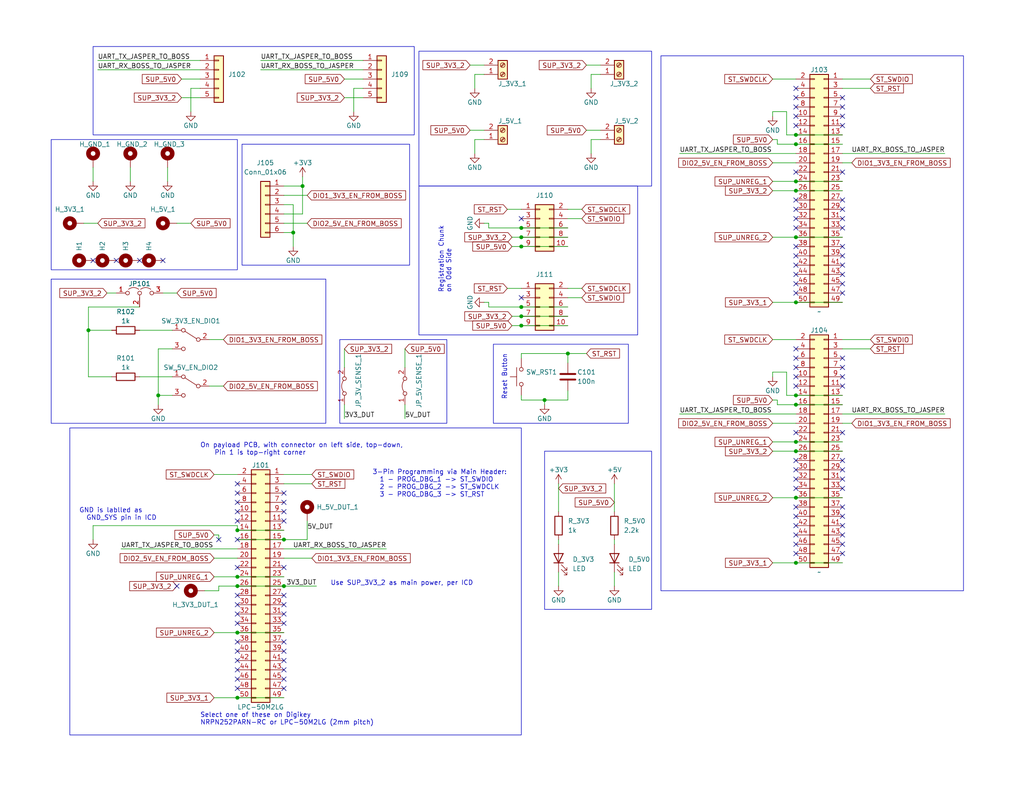
<source format=kicad_sch>
(kicad_sch (version 20230121) (generator eeschema)
  (paper "USLetter")
  (lib_symbols
    (symbol "Connector:Screw_Terminal_01x02" (pin_names (offset 1.016) hide)
      (property "Reference" "J" (at 0 2.54 0))
      (property "Value" "Screw_Terminal_01x02" (at 0 -5.08 0))
      (symbol "Screw_Terminal_01x02_1_1"
        (pin passive line (at -5.08 0 0) (length 3.81) (name "Pin_1") (number "1"))
        (pin passive line (at -5.08 -2.54 0) (length 3.81) (name "Pin_2") (number "2"))
      )
    )
    (symbol "Connector_Generic:Conn_01x05" (pin_names (offset 1.016) hide)
      (property "Reference" "J" (at 0 7.62 0))
      (property "Value" "Conn_01x05" (at 0 -7.62 0))
      (symbol "Conn_01x05_1_1"
        (pin passive line (at -5.08 5.08 0) (length 3.81) (name "Pin_1") (number "1"))
        (pin passive line (at -5.08 2.54 0) (length 3.81) (name "Pin_2") (number "2"))
        (pin passive line (at -5.08 0 0) (length 3.81) (name "Pin_3") (number "3"))
        (pin passive line (at -5.08 -2.54 0) (length 3.81) (name "Pin_4") (number "4"))
        (pin passive line (at -5.08 -5.08 0) (length 3.81) (name "Pin_5") (number "5"))
      )
    )
    (symbol "Connector_Generic:Conn_01x06" (pin_names (offset 1.016) hide)
      (property "Reference" "J" (at 0 7.62 0))
      (property "Value" "Conn_01x06" (at 0 -10.16 0))
      (symbol "Conn_01x06_1_1"
        (pin passive line (at -5.08 5.08 0) (length 3.81) (name "Pin_1") (number "1"))
        (pin passive line (at -5.08 2.54 0) (length 3.81) (name "Pin_2") (number "2"))
        (pin passive line (at -5.08 0 0) (length 3.81) (name "Pin_3") (number "3"))
        (pin passive line (at -5.08 -2.54 0) (length 3.81) (name "Pin_4") (number "4"))
        (pin passive line (at -5.08 -5.08 0) (length 3.81) (name "Pin_5") (number "5"))
        (pin passive line (at -5.08 -7.62 0) (length 3.81) (name "Pin_6") (number "6"))
      )
    )
    (symbol "Connector_Generic:Conn_02x05_Odd_Even" (pin_names (offset 1.016) hide)
      (property "Reference" "J" (at 1.27 7.62 0))
      (property "Value" "Conn_02x05_Odd_Even" (at 1.27 -7.62 0))
      (symbol "Conn_02x05_Odd_Even_1_1"
        (pin passive line (at -5.08 5.08 0) (length 3.81) (name "Pin_1") (number "1"))
        (pin passive line (at 7.62 -5.08 180) (length 3.81) (name "Pin_10") (number "10"))
        (pin passive line (at 7.62 5.08 180) (length 3.81) (name "Pin_2") (number "2"))
        (pin passive line (at -5.08 2.54 0) (length 3.81) (name "Pin_3") (number "3"))
        (pin passive line (at 7.62 2.54 180) (length 3.81) (name "Pin_4") (number "4"))
        (pin passive line (at -5.08 0 0) (length 3.81) (name "Pin_5") (number "5"))
        (pin passive line (at 7.62 0 180) (length 3.81) (name "Pin_6") (number "6"))
        (pin passive line (at -5.08 -2.54 0) (length 3.81) (name "Pin_7") (number "7"))
        (pin passive line (at 7.62 -2.54 180) (length 3.81) (name "Pin_8") (number "8"))
        (pin passive line (at -5.08 -5.08 0) (length 3.81) (name "Pin_9") (number "9"))
      )
    )
    (symbol "Connector_Generic:Conn_02x25_Odd_Even" (pin_names (offset 1.016) hide)
      (property "Reference" "J" (at 1.27 33.02 0))
      (property "Value" "Conn_02x25_Odd_Even" (at 1.27 -33.02 0))
      (symbol "Conn_02x25_Odd_Even_1_1"
        (pin passive line (at -5.08 30.48 0) (length 3.81) (name "Pin_1") (number "1"))
        (pin passive line (at 7.62 20.32 180) (length 3.81) (name "Pin_10") (number "10"))
        (pin passive line (at -5.08 17.78 0) (length 3.81) (name "Pin_11") (number "11"))
        (pin passive line (at 7.62 17.78 180) (length 3.81) (name "Pin_12") (number "12"))
        (pin passive line (at -5.08 15.24 0) (length 3.81) (name "Pin_13") (number "13"))
        (pin passive line (at 7.62 15.24 180) (length 3.81) (name "Pin_14") (number "14"))
        (pin passive line (at -5.08 12.7 0) (length 3.81) (name "Pin_15") (number "15"))
        (pin passive line (at 7.62 12.7 180) (length 3.81) (name "Pin_16") (number "16"))
        (pin passive line (at -5.08 10.16 0) (length 3.81) (name "Pin_17") (number "17"))
        (pin passive line (at 7.62 10.16 180) (length 3.81) (name "Pin_18") (number "18"))
        (pin passive line (at -5.08 7.62 0) (length 3.81) (name "Pin_19") (number "19"))
        (pin passive line (at 7.62 30.48 180) (length 3.81) (name "Pin_2") (number "2"))
        (pin passive line (at 7.62 7.62 180) (length 3.81) (name "Pin_20") (number "20"))
        (pin passive line (at -5.08 5.08 0) (length 3.81) (name "Pin_21") (number "21"))
        (pin passive line (at 7.62 5.08 180) (length 3.81) (name "Pin_22") (number "22"))
        (pin passive line (at -5.08 2.54 0) (length 3.81) (name "Pin_23") (number "23"))
        (pin passive line (at 7.62 2.54 180) (length 3.81) (name "Pin_24") (number "24"))
        (pin passive line (at -5.08 0 0) (length 3.81) (name "Pin_25") (number "25"))
        (pin passive line (at 7.62 0 180) (length 3.81) (name "Pin_26") (number "26"))
        (pin passive line (at -5.08 -2.54 0) (length 3.81) (name "Pin_27") (number "27"))
        (pin passive line (at 7.62 -2.54 180) (length 3.81) (name "Pin_28") (number "28"))
        (pin passive line (at -5.08 -5.08 0) (length 3.81) (name "Pin_29") (number "29"))
        (pin passive line (at -5.08 27.94 0) (length 3.81) (name "Pin_3") (number "3"))
        (pin passive line (at 7.62 -5.08 180) (length 3.81) (name "Pin_30") (number "30"))
        (pin passive line (at -5.08 -7.62 0) (length 3.81) (name "Pin_31") (number "31"))
        (pin passive line (at 7.62 -7.62 180) (length 3.81) (name "Pin_32") (number "32"))
        (pin passive line (at -5.08 -10.16 0) (length 3.81) (name "Pin_33") (number "33"))
        (pin passive line (at 7.62 -10.16 180) (length 3.81) (name "Pin_34") (number "34"))
        (pin passive line (at -5.08 -12.7 0) (length 3.81) (name "Pin_35") (number "35"))
        (pin passive line (at 7.62 -12.7 180) (length 3.81) (name "Pin_36") (number "36"))
        (pin passive line (at -5.08 -15.24 0) (length 3.81) (name "Pin_37") (number "37"))
        (pin passive line (at 7.62 -15.24 180) (length 3.81) (name "Pin_38") (number "38"))
        (pin passive line (at -5.08 -17.78 0) (length 3.81) (name "Pin_39") (number "39"))
        (pin passive line (at 7.62 27.94 180) (length 3.81) (name "Pin_4") (number "4"))
        (pin passive line (at 7.62 -17.78 180) (length 3.81) (name "Pin_40") (number "40"))
        (pin passive line (at -5.08 -20.32 0) (length 3.81) (name "Pin_41") (number "41"))
        (pin passive line (at 7.62 -20.32 180) (length 3.81) (name "Pin_42") (number "42"))
        (pin passive line (at -5.08 -22.86 0) (length 3.81) (name "Pin_43") (number "43"))
        (pin passive line (at 7.62 -22.86 180) (length 3.81) (name "Pin_44") (number "44"))
        (pin passive line (at -5.08 -25.4 0) (length 3.81) (name "Pin_45") (number "45"))
        (pin passive line (at 7.62 -25.4 180) (length 3.81) (name "Pin_46") (number "46"))
        (pin passive line (at -5.08 -27.94 0) (length 3.81) (name "Pin_47") (number "47"))
        (pin passive line (at 7.62 -27.94 180) (length 3.81) (name "Pin_48") (number "48"))
        (pin passive line (at -5.08 -30.48 0) (length 3.81) (name "Pin_49") (number "49"))
        (pin passive line (at -5.08 25.4 0) (length 3.81) (name "Pin_5") (number "5"))
        (pin passive line (at 7.62 -30.48 180) (length 3.81) (name "Pin_50") (number "50"))
        (pin passive line (at 7.62 25.4 180) (length 3.81) (name "Pin_6") (number "6"))
        (pin passive line (at -5.08 22.86 0) (length 3.81) (name "Pin_7") (number "7"))
        (pin passive line (at 7.62 22.86 180) (length 3.81) (name "Pin_8") (number "8"))
        (pin passive line (at -5.08 20.32 0) (length 3.81) (name "Pin_9") (number "9"))
      )
    )
    (symbol "Device:C" (pin_numbers hide) (pin_names (offset 0.254))
      (property "Reference" "C" (at 0.635 2.54 0))
      (property "Value" "C" (at 0.635 -2.54 0))
      (symbol "C_1_1"
        (pin passive line (at 0 3.81 270) (length 2.794) (name "~") (number "1"))
        (pin passive line (at 0 -3.81 90) (length 2.794) (name "~") (number "2"))
      )
    )
    (symbol "Device:LED" (pin_numbers hide) (pin_names (offset 1.016) hide)
      (property "Reference" "D" (at 0 2.54 0))
      (property "Value" "LED" (at 0 -2.54 0))
      (symbol "LED_1_1"
        (pin passive line (at -3.81 0 0) (length 2.54) (name "K") (number "1"))
        (pin passive line (at 3.81 0 180) (length 2.54) (name "A") (number "2"))
      )
    )
    (symbol "Device:R" (pin_numbers hide) (pin_names (offset 0))
      (property "Reference" "R" (at 2.032 0 90))
      (property "Value" "R" (at 0 0 90))
      (symbol "R_1_1"
        (pin passive line (at 0 3.81 270) (length 1.27) (name "~") (number "1"))
        (pin passive line (at 0 -3.81 90) (length 1.27) (name "~") (number "2"))
      )
    )
    (symbol "Jumper:Jumper_2_Bridged" (pin_names (offset 0) hide)
      (property "Reference" "JP" (at 0 1.905 0))
      (property "Value" "Jumper_2_Bridged" (at 0 -2.54 0))
      (symbol "Jumper_2_Bridged_1_1"
        (pin passive line (at -5.08 0 0) (length 2.54) (name "A") (number "1"))
        (pin passive line (at 5.08 0 180) (length 2.54) (name "B") (number "2"))
      )
    )
    (symbol "Jumper:Jumper_3_Open" (pin_names (offset 0) hide)
      (property "Reference" "JP" (at -2.54 -2.54 0))
      (property "Value" "Jumper_3_Open" (at 0 2.794 0))
      (symbol "Jumper_3_Open_1_1"
        (pin passive line (at -6.35 0 0) (length 2.54) (name "A") (number "1"))
        (pin passive line (at 0 -3.81 90) (length 2.54) (name "C") (number "2"))
        (pin passive line (at 6.35 0 180) (length 2.54) (name "B") (number "3"))
      )
    )
    (symbol "Mechanical:MountingHole_Pad" (pin_numbers hide) (pin_names (offset 1.016) hide)
      (property "Reference" "H" (at 0 6.35 0))
      (property "Value" "MountingHole_Pad" (at 0 4.445 0))
      (symbol "MountingHole_Pad_1_1"
        (pin input line (at 0 -2.54 90) (length 2.54) (name "1") (number "1"))
      )
    )
    (symbol "Switch:SW_Push" (pin_numbers hide) (pin_names (offset 1.016) hide)
      (property "Reference" "SW" (at 1.27 2.54 0))
      (property "Value" "SW_Push" (at 0 -1.524 0))
      (symbol "SW_Push_0_1"
        (pin passive line (at -5.08 0 0) (length 2.54) (name "1") (number "1"))
        (pin passive line (at 5.08 0 180) (length 2.54) (name "2") (number "2"))
      )
    )
    (symbol "Switch:SW_SPDT" (pin_names (offset 0) hide)
      (property "Reference" "SW" (at 0 4.318 0))
      (property "Value" "SW_SPDT" (at 0 -5.08 0))
      (symbol "SW_SPDT_1_1"
        (pin passive line (at 5.08 2.54 180) (length 2.54) (name "A") (number "1"))
        (pin passive line (at -5.08 0 0) (length 2.54) (name "B") (number "2"))
        (pin passive line (at 5.08 -2.54 180) (length 2.54) (name "C") (number "3"))
      )
    )
    (symbol "power:+3V3" (power) (pin_names (offset 0))
      (property "Value" "+3V3" (at 0 3.556 0))
      (symbol "+3V3_1_1"
        (pin power_in line (at 0 0 90) (length 0) hide (name "+3V3") (number "1"))
      )
    )
    (symbol "power:+5V" (power) (pin_names (offset 0))
      (property "Value" "+5V" (at 0 3.556 0))
      (symbol "+5V_1_1"
        (pin power_in line (at 0 0 90) (length 0) hide (name "+5V") (number "1"))
      )
    )
    (symbol "power:GND" (power) (pin_names (offset 0))
      (property "Value" "GND" (at 0 -3.81 0))
      (symbol "GND_1_1"
        (pin power_in line (at 0 0 270) (length 0) hide (name "GND") (number "1"))
      )
    )
  )
  (junction (at 148.59 109.22))
  (junction (at 64.77 160.02))
  (junction (at 142.24 86.36))
  (junction (at 217.17 110.49))
  (junction (at 43.18 107.95))
  (junction (at 77.47 160.02))
  (junction (at 64.77 144.78))
  (junction (at 217.17 82.55))
  (junction (at 64.77 157.48))
  (junction (at 80.01 63.5))
  (junction (at 24.13 90.17))
  (junction (at 217.17 107.95))
  (junction (at 64.77 172.72))
  (junction (at 64.77 190.5))
  (junction (at 142.24 88.9))
  (junction (at 217.17 64.77))
  (junction (at 154.94 96.52))
  (junction (at 217.17 36.83))
  (junction (at 217.17 153.67))
  (junction (at 142.24 83.82))
  (junction (at 142.24 62.23))
  (junction (at 217.17 123.19))
  (junction (at 217.17 135.89))
  (junction (at 142.24 67.31))
  (junction (at 82.55 50.8))
  (junction (at 217.17 39.37))
  (junction (at 77.47 147.32))
  (junction (at 142.24 64.77))
  (junction (at 217.17 120.65))
  (junction (at 217.17 49.53))
  (junction (at 217.17 52.07))
  (no_connect (at 229.87 125.73))
  (no_connect (at 64.77 142.24))
  (no_connect (at 77.47 142.24))
  (no_connect (at 217.17 146.05))
  (no_connect (at 59.69 147.32))
  (no_connect (at 77.47 134.62))
  (no_connect (at 229.87 118.11))
  (no_connect (at 77.47 165.1))
  (no_connect (at 229.87 102.87))
  (no_connect (at 64.77 132.08))
  (no_connect (at 217.17 62.23))
  (no_connect (at 64.77 162.56))
  (no_connect (at 77.47 139.7))
  (no_connect (at 64.77 134.62))
  (no_connect (at 217.17 118.11))
  (no_connect (at 64.77 154.94))
  (no_connect (at 229.87 100.33))
  (no_connect (at 64.77 182.88))
  (no_connect (at 217.17 140.97))
  (no_connect (at 48.26 160.02))
  (no_connect (at 229.87 59.69))
  (no_connect (at 217.17 29.21))
  (no_connect (at 229.87 148.59))
  (no_connect (at 229.87 29.21))
  (no_connect (at 77.47 180.34))
  (no_connect (at 77.47 167.64))
  (no_connect (at 217.17 148.59))
  (no_connect (at 217.17 34.29))
  (no_connect (at 217.17 26.67))
  (no_connect (at 217.17 128.27))
  (no_connect (at 77.47 162.56))
  (no_connect (at 64.77 137.16))
  (no_connect (at 64.77 147.32))
  (no_connect (at 64.77 139.7))
  (no_connect (at 77.47 170.18))
  (no_connect (at 217.17 130.81))
  (no_connect (at 217.17 69.85))
  (no_connect (at 229.87 34.29))
  (no_connect (at 217.17 72.39))
  (no_connect (at 229.87 54.61))
  (no_connect (at 64.77 175.26))
  (no_connect (at 229.87 46.99))
  (no_connect (at 64.77 185.42))
  (no_connect (at 217.17 100.33))
  (no_connect (at 229.87 130.81))
  (no_connect (at 217.17 59.69))
  (no_connect (at 64.77 187.96))
  (no_connect (at 25.4 71.12))
  (no_connect (at 217.17 105.41))
  (no_connect (at 229.87 138.43))
  (no_connect (at 64.77 177.8))
  (no_connect (at 217.17 102.87))
  (no_connect (at 64.77 170.18))
  (no_connect (at 64.77 165.1))
  (no_connect (at 77.47 185.42))
  (no_connect (at 229.87 72.39))
  (no_connect (at 217.17 95.25))
  (no_connect (at 217.17 133.35))
  (no_connect (at 77.47 182.88))
  (no_connect (at 38.1 71.12))
  (no_connect (at 31.75 71.12))
  (no_connect (at 229.87 74.93))
  (no_connect (at 229.87 97.79))
  (no_connect (at 229.87 151.13))
  (no_connect (at 229.87 69.85))
  (no_connect (at 229.87 80.01))
  (no_connect (at 77.47 177.8))
  (no_connect (at 217.17 97.79))
  (no_connect (at 229.87 128.27))
  (no_connect (at 229.87 140.97))
  (no_connect (at 217.17 46.99))
  (no_connect (at 64.77 167.64))
  (no_connect (at 217.17 74.93))
  (no_connect (at 217.17 54.61))
  (no_connect (at 217.17 151.13))
  (no_connect (at 229.87 31.75))
  (no_connect (at 229.87 62.23))
  (no_connect (at 142.24 81.28))
  (no_connect (at 229.87 67.31))
  (no_connect (at 229.87 26.67))
  (no_connect (at 217.17 57.15))
  (no_connect (at 77.47 154.94))
  (no_connect (at 229.87 146.05))
  (no_connect (at 77.47 175.26))
  (no_connect (at 44.45 71.12))
  (no_connect (at 217.17 143.51))
  (no_connect (at 217.17 31.75))
  (no_connect (at 229.87 57.15))
  (no_connect (at 77.47 137.16))
  (no_connect (at 217.17 125.73))
  (no_connect (at 217.17 138.43))
  (no_connect (at 217.17 80.01))
  (no_connect (at 229.87 133.35))
  (no_connect (at 64.77 180.34))
  (no_connect (at 229.87 105.41))
  (no_connect (at 229.87 143.51))
  (no_connect (at 217.17 67.31))
  (no_connect (at 217.17 77.47))
  (no_connect (at 217.17 24.13))
  (no_connect (at 77.47 187.96))
  (no_connect (at 229.87 77.47))
  (no_connect (at 142.24 59.69))
  (wire (pts (xy 49.53 21.59) (xy 54.61 21.59)))
  (wire (pts (xy 142.24 64.77) (xy 154.94 64.77)))
  (wire (pts (xy 64.77 172.72) (xy 77.47 172.72)))
  (wire (pts (xy 58.42 152.4) (xy 64.77 152.4)))
  (wire (pts (xy 160.02 17.78) (xy 163.83 17.78)))
  (wire (pts (xy 154.94 81.28) (xy 158.75 81.28)))
  (wire (pts (xy 58.42 157.48) (xy 64.77 157.48)))
  (wire (pts (xy 44.45 80.01) (xy 48.26 80.01)))
  (wire (pts (xy 212.09 109.22) (xy 212.09 110.49)))
  (wire (pts (xy 46.99 95.25) (xy 43.18 95.25)))
  (wire (pts (xy 38.1 83.82) (xy 24.13 83.82)))
  (wire (pts (xy 83.82 142.24) (xy 83.82 147.32)))
  (wire (pts (xy 210.82 120.65) (xy 217.17 120.65)))
  (wire (pts (xy 210.82 49.53) (xy 217.17 49.53)))
  (wire (pts (xy 77.47 63.5) (xy 80.01 63.5)))
  (wire (pts (xy 217.17 64.77) (xy 229.87 64.77)))
  (wire (pts (xy 110.49 95.25) (xy 110.49 100.33)))
  (wire (pts (xy 80.01 63.5) (xy 80.01 67.31)))
  (wire (pts (xy 133.35 60.96) (xy 133.35 62.23)))
  (wire (pts (xy 210.82 38.1) (xy 212.09 38.1)))
  (wire (pts (xy 154.94 57.15) (xy 158.75 57.15)))
  (wire (pts (xy 93.98 110.49) (xy 93.98 114.3)))
  (wire (pts (xy 210.82 92.71) (xy 217.17 92.71)))
  (wire (pts (xy 129.54 41.91) (xy 129.54 38.1)))
  (wire (pts (xy 161.29 20.32) (xy 163.83 20.32)))
  (wire (pts (xy 52.07 30.48) (xy 52.07 24.13)))
  (wire (pts (xy 33.02 149.86) (xy 64.77 149.86)))
  (wire (pts (xy 139.7 67.31) (xy 142.24 67.31)))
  (wire (pts (xy 52.07 24.13) (xy 54.61 24.13)))
  (wire (pts (xy 142.24 109.22) (xy 148.59 109.22)))
  (wire (pts (xy 77.47 132.08) (xy 85.09 132.08)))
  (wire (pts (xy 59.69 160.02) (xy 64.77 160.02)))
  (wire (pts (xy 160.02 35.56) (xy 163.83 35.56)))
  (wire (pts (xy 142.24 109.22) (xy 142.24 107.95)))
  (wire (pts (xy 210.82 52.07) (xy 217.17 52.07)))
  (wire (pts (xy 24.13 90.17) (xy 24.13 102.87)))
  (wire (pts (xy 212.09 38.1) (xy 212.09 39.37)))
  (wire (pts (xy 77.47 129.54) (xy 85.09 129.54)))
  (wire (pts (xy 217.17 107.95) (xy 229.87 107.95)))
  (wire (pts (xy 229.87 115.57) (xy 232.41 115.57)))
  (wire (pts (xy 217.17 39.37) (xy 229.87 39.37)))
  (wire (pts (xy 142.24 67.31) (xy 154.94 67.31)))
  (wire (pts (xy 46.99 102.87) (xy 38.1 102.87)))
  (wire (pts (xy 214.63 36.83) (xy 217.17 36.83)))
  (wire (pts (xy 217.17 82.55) (xy 229.87 82.55)))
  (wire (pts (xy 142.24 83.82) (xy 154.94 83.82)))
  (wire (pts (xy 217.17 153.67) (xy 229.87 153.67)))
  (wire (pts (xy 77.47 55.88) (xy 80.01 55.88)))
  (wire (pts (xy 129.54 20.32) (xy 132.08 20.32)))
  (wire (pts (xy 148.59 109.22) (xy 148.59 110.49)))
  (wire (pts (xy 167.64 156.21) (xy 167.64 160.02)))
  (wire (pts (xy 210.82 115.57) (xy 217.17 115.57)))
  (wire (pts (xy 25.4 143.51) (xy 25.4 147.32)))
  (wire (pts (xy 210.82 21.59) (xy 217.17 21.59)))
  (wire (pts (xy 59.69 161.29) (xy 59.69 160.02)))
  (wire (pts (xy 57.15 105.41) (xy 60.96 105.41)))
  (wire (pts (xy 229.87 92.71) (xy 237.49 92.71)))
  (wire (pts (xy 217.17 123.19) (xy 229.87 123.19)))
  (wire (pts (xy 214.63 101.6) (xy 214.63 107.95)))
  (wire (pts (xy 139.7 86.36) (xy 142.24 86.36)))
  (wire (pts (xy 229.87 95.25) (xy 237.49 95.25)))
  (wire (pts (xy 93.98 21.59) (xy 99.06 21.59)))
  (wire (pts (xy 64.77 160.02) (xy 77.47 160.02)))
  (wire (pts (xy 229.87 113.03) (xy 257.81 113.03)))
  (wire (pts (xy 133.35 82.55) (xy 133.35 83.82)))
  (wire (pts (xy 26.67 60.96) (xy 22.86 60.96)))
  (wire (pts (xy 96.52 24.13) (xy 99.06 24.13)))
  (wire (pts (xy 58.42 129.54) (xy 64.77 129.54)))
  (wire (pts (xy 142.24 86.36) (xy 154.94 86.36)))
  (wire (pts (xy 64.77 190.5) (xy 77.47 190.5)))
  (wire (pts (xy 128.27 17.78) (xy 132.08 17.78)))
  (wire (pts (xy 59.69 146.05) (xy 59.69 147.32)))
  (wire (pts (xy 110.49 110.49) (xy 110.49 114.3)))
  (wire (pts (xy 210.82 135.89) (xy 217.17 135.89)))
  (wire (pts (xy 82.55 50.8) (xy 77.47 50.8)))
  (wire (pts (xy 71.12 16.51) (xy 99.06 16.51)))
  (wire (pts (xy 210.82 44.45) (xy 217.17 44.45)))
  (wire (pts (xy 217.17 49.53) (xy 229.87 49.53)))
  (wire (pts (xy 138.43 57.15) (xy 142.24 57.15)))
  (wire (pts (xy 35.56 45.72) (xy 35.56 49.53)))
  (wire (pts (xy 26.67 19.05) (xy 54.61 19.05)))
  (wire (pts (xy 132.08 60.96) (xy 133.35 60.96)))
  (wire (pts (xy 43.18 107.95) (xy 46.99 107.95)))
  (wire (pts (xy 229.87 24.13) (xy 237.49 24.13)))
  (wire (pts (xy 77.47 60.96) (xy 83.82 60.96)))
  (wire (pts (xy 58.42 172.72) (xy 64.77 172.72)))
  (wire (pts (xy 49.53 26.67) (xy 54.61 26.67)))
  (wire (pts (xy 210.82 82.55) (xy 217.17 82.55)))
  (wire (pts (xy 64.77 157.48) (xy 77.47 157.48)))
  (wire (pts (xy 77.47 147.32) (xy 83.82 147.32)))
  (wire (pts (xy 154.94 96.52) (xy 160.02 96.52)))
  (wire (pts (xy 52.07 60.96) (xy 48.26 60.96)))
  (wire (pts (xy 132.08 82.55) (xy 133.35 82.55)))
  (wire (pts (xy 214.63 30.48) (xy 214.63 36.83)))
  (wire (pts (xy 43.18 95.25) (xy 43.18 107.95)))
  (wire (pts (xy 210.82 101.6) (xy 214.63 101.6)))
  (wire (pts (xy 142.24 96.52) (xy 154.94 96.52)))
  (wire (pts (xy 217.17 36.83) (xy 229.87 36.83)))
  (wire (pts (xy 212.09 39.37) (xy 217.17 39.37)))
  (wire (pts (xy 24.13 83.82) (xy 24.13 90.17)))
  (wire (pts (xy 161.29 38.1) (xy 163.83 38.1)))
  (wire (pts (xy 45.72 45.72) (xy 45.72 49.53)))
  (wire (pts (xy 133.35 83.82) (xy 142.24 83.82)))
  (wire (pts (xy 212.09 110.49) (xy 217.17 110.49)))
  (wire (pts (xy 43.18 110.49) (xy 43.18 107.95)))
  (wire (pts (xy 24.13 102.87) (xy 30.48 102.87)))
  (wire (pts (xy 229.87 44.45) (xy 232.41 44.45)))
  (wire (pts (xy 55.88 161.29) (xy 59.69 161.29)))
  (wire (pts (xy 217.17 110.49) (xy 229.87 110.49)))
  (wire (pts (xy 77.47 149.86) (xy 105.41 149.86)))
  (wire (pts (xy 210.82 123.19) (xy 217.17 123.19)))
  (wire (pts (xy 217.17 135.89) (xy 229.87 135.89)))
  (wire (pts (xy 152.4 132.08) (xy 152.4 139.7)))
  (wire (pts (xy 142.24 97.79) (xy 142.24 96.52)))
  (wire (pts (xy 210.82 101.6) (xy 210.82 102.87)))
  (wire (pts (xy 154.94 78.74) (xy 158.75 78.74)))
  (wire (pts (xy 133.35 62.23) (xy 142.24 62.23)))
  (wire (pts (xy 77.47 53.34) (xy 83.82 53.34)))
  (wire (pts (xy 58.42 190.5) (xy 64.77 190.5)))
  (wire (pts (xy 185.42 113.03) (xy 217.17 113.03)))
  (wire (pts (xy 128.27 35.56) (xy 132.08 35.56)))
  (wire (pts (xy 161.29 24.13) (xy 161.29 20.32)))
  (wire (pts (xy 38.1 90.17) (xy 46.99 90.17)))
  (wire (pts (xy 71.12 19.05) (xy 99.06 19.05)))
  (wire (pts (xy 161.29 41.91) (xy 161.29 38.1)))
  (wire (pts (xy 210.82 64.77) (xy 217.17 64.77)))
  (wire (pts (xy 229.87 41.91) (xy 257.81 41.91)))
  (wire (pts (xy 217.17 52.07) (xy 229.87 52.07)))
  (wire (pts (xy 58.42 146.05) (xy 59.69 146.05)))
  (wire (pts (xy 154.94 109.22) (xy 154.94 106.68)))
  (wire (pts (xy 217.17 120.65) (xy 229.87 120.65)))
  (wire (pts (xy 185.42 41.91) (xy 217.17 41.91)))
  (wire (pts (xy 29.21 80.01) (xy 31.75 80.01)))
  (wire (pts (xy 57.15 92.71) (xy 60.96 92.71)))
  (wire (pts (xy 64.77 147.32) (xy 77.47 147.32)))
  (wire (pts (xy 142.24 88.9) (xy 154.94 88.9)))
  (wire (pts (xy 142.24 62.23) (xy 154.94 62.23)))
  (wire (pts (xy 25.4 143.51) (xy 64.77 143.51)))
  (wire (pts (xy 138.43 78.74) (xy 142.24 78.74)))
  (wire (pts (xy 25.4 45.72) (xy 25.4 49.53)))
  (wire (pts (xy 93.98 95.25) (xy 93.98 100.33)))
  (wire (pts (xy 26.67 16.51) (xy 54.61 16.51)))
  (wire (pts (xy 229.87 21.59) (xy 237.49 21.59)))
  (wire (pts (xy 82.55 50.8) (xy 82.55 58.42)))
  (wire (pts (xy 154.94 96.52) (xy 154.94 99.06)))
  (wire (pts (xy 93.98 26.67) (xy 99.06 26.67)))
  (wire (pts (xy 210.82 30.48) (xy 214.63 30.48)))
  (wire (pts (xy 96.52 30.48) (xy 96.52 24.13)))
  (wire (pts (xy 129.54 24.13) (xy 129.54 20.32)))
  (wire (pts (xy 167.64 132.08) (xy 167.64 139.7)))
  (wire (pts (xy 24.13 90.17) (xy 30.48 90.17)))
  (wire (pts (xy 152.4 156.21) (xy 152.4 160.02)))
  (wire (pts (xy 64.77 143.51) (xy 64.77 144.78)))
  (wire (pts (xy 210.82 30.48) (xy 210.82 31.75)))
  (wire (pts (xy 80.01 55.88) (xy 80.01 63.5)))
  (wire (pts (xy 77.47 58.42) (xy 82.55 58.42)))
  (wire (pts (xy 152.4 147.32) (xy 152.4 148.59)))
  (wire (pts (xy 167.64 147.32) (xy 167.64 148.59)))
  (wire (pts (xy 210.82 109.22) (xy 212.09 109.22)))
  (wire (pts (xy 129.54 38.1) (xy 132.08 38.1)))
  (wire (pts (xy 214.63 107.95) (xy 217.17 107.95)))
  (wire (pts (xy 82.55 48.26) (xy 82.55 50.8)))
  (wire (pts (xy 154.94 59.69) (xy 158.75 59.69)))
  (wire (pts (xy 77.47 152.4) (xy 85.09 152.4)))
  (wire (pts (xy 139.7 88.9) (xy 142.24 88.9)))
  (wire (pts (xy 77.47 160.02) (xy 86.36 160.02)))
  (wire (pts (xy 139.7 64.77) (xy 142.24 64.77)))
  (wire (pts (xy 64.77 144.78) (xy 77.47 144.78)))
  (wire (pts (xy 210.82 153.67) (xy 217.17 153.67)))
  (wire (pts (xy 148.59 109.22) (xy 154.94 109.22)))
  (rectangle (start 19.05 116.84) (end 142.24 200.66))
  (rectangle (start 13.97 38.1) (end 64.77 73.66))
  (rectangle (start 114.3 13.97) (end 177.8 50.8))
  (rectangle (start 25.4 12.7) (end 113.03 36.83))
  (rectangle (start 13.97 76.2) (end 88.9 115.57))
  (rectangle (start 114.3 50.8) (end 173.99 91.44))
  (rectangle (start 148.59 123.19) (end 177.8 166.37))
  (rectangle (start 92.71 92.71) (end 121.92 115.57))
  (rectangle (start 134.62 93.98) (end 171.45 115.57))
  (rectangle (start 66.04 39.37) (end 111.76 72.39))
  (rectangle (start 180.34 15.24) (end 262.89 161.29))
  (text "Reset Button" (at 138.43 109.22 90) (effects (font (size 1.27 1.27)) (justify left bottom)))
  (text "On payload PCB, with connector on left side, top-down,\n    Pin 1 is top-right corner" (at 54.61 124.46 0) (effects (font (size 1.27 1.27)) (justify left bottom)))
  (text "Registration Chunk\non Odd Side" (at 123.19 80.01 90) (effects (font (size 1.27 1.27)) (justify left bottom)))
  (text "Select one of these on Digikey\nNRPN252PARN-RC or LPC-50M2LG (2mm pitch)" (at 54.61 198.12 0) (effects (font (size 1.27 1.27)) (justify left bottom)))
  (text "Use SUP_3V3_2 as main power, per ICD" (at 90.17 160.02 0) (effects (font (size 1.27 1.27)) (justify left bottom)))
  (text "3-Pin Programming via Main Header:\n  1 - PROG_DBG_1 -> ST_SWDIO\n  2 - PROG_DBG_2 -> ST_SWDCLK\n  3 - PROG_DBG_3 -> ST_RST" (at 101.6 135.89 0) (effects (font (size 1.27 1.27)) (justify left bottom)))
  (text "GND is lablled as\n  GND_SYS pin in ICD" (at 21.59 142.24 0) (effects (font (size 1.27 1.27)) (justify left bottom)))
  (label "UART_RX_BOSS_TO_JASPER" (at 257.81 41.91 180))
  (label "UART_TX_JASPER_TO_BOSS" (at 26.67 16.51 0))
  (label "UART_RX_BOSS_TO_JASPER" (at 105.41 149.86 180))
  (label "3V3_DUT" (at 86.36 160.02 180))
  (label "UART_RX_BOSS_TO_JASPER" (at 257.81 113.03 180))
  (label "UART_TX_JASPER_TO_BOSS" (at 185.42 41.91 0))
  (label "UART_RX_BOSS_TO_JASPER" (at 26.67 19.05 0))
  (label "UART_TX_JASPER_TO_BOSS" (at 71.12 16.51 0))
  (label "5V_DUT" (at 83.82 144.78 0))
  (label "UART_TX_JASPER_TO_BOSS" (at 185.42 113.03 0))
  (label "UART_TX_JASPER_TO_BOSS" (at 33.02 149.86 0))
  (label "UART_RX_BOSS_TO_JASPER" (at 71.12 19.05 0))
  (label "5V_DUT" (at 110.49 114.3 0))
  (label "3V3_DUT" (at 93.98 114.3 0))
  (global_label "SUP_UNREG_1" (shape input) (at 210.82 49.53 180) (property "Intersheetrefs" "${INTERSHEET_REFS}" (effects hide)))
  (global_label "SUP_3V3_2" (shape input) (at 210.82 52.07 180) (property "Intersheetrefs" "${INTERSHEET_REFS}" (effects hide)))
  (global_label "SUP_5V0" (shape input) (at 139.7 88.9 180) (property "Intersheetrefs" "${INTERSHEET_REFS}" (effects hide)))
  (global_label "SUP_3V3_2" (shape input) (at 210.82 123.19 180) (property "Intersheetrefs" "${INTERSHEET_REFS}" (effects hide)))
  (global_label "DIO1_3V3_EN_FROM_BOSS" (shape input) (at 60.96 92.71 0) (property "Intersheetrefs" "${INTERSHEET_REFS}" (effects hide)))
  (global_label "DIO2_5V_EN_FROM_BOSS" (shape input) (at 58.42 152.4 180) (property "Intersheetrefs" "${INTERSHEET_REFS}" (effects hide)))
  (global_label "SUP_3V3_2" (shape input) (at 48.26 160.02 180) (property "Intersheetrefs" "${INTERSHEET_REFS}" (effects hide)))
  (global_label "DIO2_5V_EN_FROM_BOSS" (shape input) (at 210.82 44.45 180) (property "Intersheetrefs" "${INTERSHEET_REFS}" (effects hide)))
  (global_label "DIO1_3V3_EN_FROM_BOSS" (shape input) (at 83.82 53.34 0) (property "Intersheetrefs" "${INTERSHEET_REFS}" (effects hide)))
  (global_label "SUP_5V0" (shape input) (at 58.42 146.05 180) (property "Intersheetrefs" "${INTERSHEET_REFS}" (effects hide)))
  (global_label "ST_RST" (shape input) (at 138.43 57.15 180) (property "Intersheetrefs" "${INTERSHEET_REFS}" (effects hide)))
  (global_label "ST_SWDIO" (shape input) (at 237.49 21.59 0) (property "Intersheetrefs" "${INTERSHEET_REFS}" (effects hide)))
  (global_label "ST_SWDIO" (shape input) (at 158.75 59.69 0) (property "Intersheetrefs" "${INTERSHEET_REFS}" (effects hide)))
  (global_label "ST_RST" (shape input) (at 85.09 132.08 0) (property "Intersheetrefs" "${INTERSHEET_REFS}" (effects hide)))
  (global_label "ST_SWDIO" (shape input) (at 85.09 129.54 0) (property "Intersheetrefs" "${INTERSHEET_REFS}" (effects hide)))
  (global_label "ST_SWDCLK" (shape input) (at 158.75 78.74 0) (property "Intersheetrefs" "${INTERSHEET_REFS}" (effects hide)))
  (global_label "ST_SWDCLK" (shape input) (at 58.42 129.54 180) (property "Intersheetrefs" "${INTERSHEET_REFS}" (effects hide)))
  (global_label "ST_SWDCLK" (shape input) (at 210.82 21.59 180) (property "Intersheetrefs" "${INTERSHEET_REFS}" (effects hide)))
  (global_label "ST_RST" (shape input) (at 237.49 24.13 0) (property "Intersheetrefs" "${INTERSHEET_REFS}" (effects hide)))
  (global_label "ST_SWDIO" (shape input) (at 158.75 81.28 0) (property "Intersheetrefs" "${INTERSHEET_REFS}" (effects hide)))
  (global_label "DIO2_5V_EN_FROM_BOSS" (shape input) (at 60.96 105.41 0) (property "Intersheetrefs" "${INTERSHEET_REFS}" (effects hide)))
  (global_label "SUP_5V0" (shape input) (at 110.49 95.25 0) (property "Intersheetrefs" "${INTERSHEET_REFS}" (effects hide)))
  (global_label "SUP_3V3_2" (shape input) (at 26.67 60.96 0) (property "Intersheetrefs" "${INTERSHEET_REFS}" (effects hide)))
  (global_label "SUP_5V0" (shape input) (at 48.26 80.01 0) (property "Intersheetrefs" "${INTERSHEET_REFS}" (effects hide)))
  (global_label "SUP_3V3_2" (shape input) (at 160.02 17.78 180) (property "Intersheetrefs" "${INTERSHEET_REFS}" (effects hide)))
  (global_label "DIO1_3V3_EN_FROM_BOSS" (shape input) (at 232.41 44.45 0) (property "Intersheetrefs" "${INTERSHEET_REFS}" (effects hide)))
  (global_label "SUP_3V3_2" (shape input) (at 139.7 86.36 180) (property "Intersheetrefs" "${INTERSHEET_REFS}" (effects hide)))
  (global_label "DIO2_5V_EN_FROM_BOSS" (shape input) (at 210.82 115.57 180) (property "Intersheetrefs" "${INTERSHEET_REFS}" (effects hide)))
  (global_label "ST_SWDCLK" (shape input) (at 158.75 57.15 0) (property "Intersheetrefs" "${INTERSHEET_REFS}" (effects hide)))
  (global_label "ST_RST" (shape input) (at 237.49 95.25 0) (property "Intersheetrefs" "${INTERSHEET_REFS}" (effects hide)))
  (global_label "SUP_5V0" (shape input) (at 167.64 137.16 180) (property "Intersheetrefs" "${INTERSHEET_REFS}" (effects hide)))
  (global_label "SUP_3V3_1" (shape input) (at 58.42 190.5 180) (property "Intersheetrefs" "${INTERSHEET_REFS}" (effects hide)))
  (global_label "DIO1_3V3_EN_FROM_BOSS" (shape input) (at 85.09 152.4 0) (property "Intersheetrefs" "${INTERSHEET_REFS}" (effects hide)))
  (global_label "SUP_3V3_2" (shape input) (at 29.21 80.01 180) (property "Intersheetrefs" "${INTERSHEET_REFS}" (effects hide)))
  (global_label "SUP_UNREG_1" (shape input) (at 210.82 120.65 180) (property "Intersheetrefs" "${INTERSHEET_REFS}" (effects hide)))
  (global_label "SUP_UNREG_2" (shape input) (at 210.82 64.77 180) (property "Intersheetrefs" "${INTERSHEET_REFS}" (effects hide)))
  (global_label "SUP_3V3_2" (shape input) (at 93.98 95.25 0) (property "Intersheetrefs" "${INTERSHEET_REFS}" (effects hide)))
  (global_label "ST_RST" (shape input) (at 160.02 96.52 0) (property "Intersheetrefs" "${INTERSHEET_REFS}" (effects hide)))
  (global_label "SUP_UNREG_1" (shape input) (at 58.42 157.48 180) (property "Intersheetrefs" "${INTERSHEET_REFS}" (effects hide)))
  (global_label "SUP_3V3_2" (shape input) (at 128.27 17.78 180) (property "Intersheetrefs" "${INTERSHEET_REFS}" (effects hide)))
  (global_label "SUP_5V0" (shape input) (at 49.53 21.59 180) (property "Intersheetrefs" "${INTERSHEET_REFS}" (effects hide)))
  (global_label "DIO1_3V3_EN_FROM_BOSS" (shape input) (at 232.41 115.57 0) (property "Intersheetrefs" "${INTERSHEET_REFS}" (effects hide)))
  (global_label "ST_RST" (shape input) (at 138.43 78.74 180) (property "Intersheetrefs" "${INTERSHEET_REFS}" (effects hide)))
  (global_label "SUP_5V0" (shape input) (at 139.7 67.31 180) (property "Intersheetrefs" "${INTERSHEET_REFS}" (effects hide)))
  (global_label "SUP_3V3_2" (shape input) (at 152.4 133.35 0) (property "Intersheetrefs" "${INTERSHEET_REFS}" (effects hide)))
  (global_label "SUP_UNREG_2" (shape input) (at 58.42 172.72 180) (property "Intersheetrefs" "${INTERSHEET_REFS}" (effects hide)))
  (global_label "DIO2_5V_EN_FROM_BOSS" (shape input) (at 83.82 60.96 0) (property "Intersheetrefs" "${INTERSHEET_REFS}" (effects hide)))
  (global_label "SUP_5V0" (shape input) (at 210.82 38.1 180) (property "Intersheetrefs" "${INTERSHEET_REFS}" (effects hide)))
  (global_label "SUP_3V3_1" (shape input) (at 210.82 153.67 180) (property "Intersheetrefs" "${INTERSHEET_REFS}" (effects hide)))
  (global_label "ST_SWDIO" (shape input) (at 237.49 92.71 0) (property "Intersheetrefs" "${INTERSHEET_REFS}" (effects hide)))
  (global_label "SUP_5V0" (shape input) (at 93.98 21.59 180) (property "Intersheetrefs" "${INTERSHEET_REFS}" (effects hide)))
  (global_label "SUP_5V0" (shape input) (at 210.82 109.22 180) (property "Intersheetrefs" "${INTERSHEET_REFS}" (effects hide)))
  (global_label "ST_SWDCLK" (shape input) (at 210.82 92.71 180) (property "Intersheetrefs" "${INTERSHEET_REFS}" (effects hide)))
  (global_label "SUP_UNREG_2" (shape input) (at 210.82 135.89 180) (property "Intersheetrefs" "${INTERSHEET_REFS}" (effects hide)))
  (global_label "SUP_3V3_1" (shape input) (at 210.82 82.55 180) (property "Intersheetrefs" "${INTERSHEET_REFS}" (effects hide)))
  (global_label "SUP_3V3_2" (shape input) (at 139.7 64.77 180) (property "Intersheetrefs" "${INTERSHEET_REFS}" (effects hide)))
  (global_label "SUP_5V0" (shape input) (at 160.02 35.56 180) (property "Intersheetrefs" "${INTERSHEET_REFS}" (effects hide)))
  (global_label "SUP_3V3_2" (shape input) (at 93.98 26.67 180) (property "Intersheetrefs" "${INTERSHEET_REFS}" (effects hide)))
  (global_label "SUP_3V3_2" (shape input) (at 49.53 26.67 180) (property "Intersheetrefs" "${INTERSHEET_REFS}" (effects hide)))
  (global_label "SUP_5V0" (shape input) (at 128.27 35.56 180) (property "Intersheetrefs" "${INTERSHEET_REFS}" (effects hide)))
  (global_label "SUP_5V0" (shape input) (at 52.07 60.96 0) (property "Intersheetrefs" "${INTERSHEET_REFS}" (effects hide)))
  (symbol (lib_id "Jumper:Jumper_2_Bridged") (at 110.49 105.41 90) (unit 1)
    (property "Reference" "JP_5V_SENSE_1" (at 114.3 96.52 0) (effects (justify right)))
    (property "Value" "Jumper_2_Bridged" (effects hide))
    (property "Footprint" "TestPoint:TestPoint_2Pads_Pitch2.54mm_Drill0.8mm" (effects hide))
  )
  (symbol (lib_id "power:GND") (at 129.54 24.13 0) (unit 1)
    (property "Reference" "#PWR0105" (effects hide))
    (property "Value" "GND" (at 129.54 27.94 0))
  )
  (symbol (lib_id "Jumper:Jumper_3_Open") (at 38.1 80.01 0) (unit 1)
    (property "Reference" "JP101" (at 38.1 77.47 0))
    (property "Value" "Jumper_3_Open" (effects hide))
    (property "Footprint" "Connector_PinHeader_2.54mm:PinHeader_1x03_P2.54mm_Vertical" (effects hide))
  )
  (symbol (lib_id "Connector_Generic:Conn_01x05") (at 104.14 21.59 0) (unit 1)
    (property "Reference" "J109" (at 106.68 20.32 0) (effects (justify left)))
    (property "Value" "Conn_01x05" (effects hide))
    (property "Footprint" "Connector_PinHeader_2.54mm:PinHeader_1x05_P2.54mm_Vertical" (effects hide))
  )
  (symbol (lib_id "Device:C") (at 154.94 102.87 0) (unit 1)
    (property "Reference" "C101" (at 157.48 101.6 0) (effects (justify left)))
    (property "Value" "100n" (at 157.48 104.14 0) (effects (justify left)))
    (property "Footprint" "Capacitor_SMD:C_1206_3216Metric_Pad1.33x1.80mm_HandSolder" (effects hide))
  )
  (symbol (lib_id "power:GND") (at 167.64 160.02 0) (unit 1)
    (property "Reference" "#PWR0119" (effects hide))
    (property "Value" "GND" (at 167.64 163.83 0))
  )
  (symbol (lib_id "Mechanical:MountingHole_Pad") (at 35.56 71.12 90) (unit 1)
    (property "Reference" "H3" (at 34.29 68.58 0) (effects (justify left)))
    (property "Value" "MountingHole" (effects hide))
    (property "Footprint" "MountingHole:MountingHole_4mm_Pad" (effects hide))
  )
  (symbol (lib_id "power:GND") (at 210.82 102.87 0) (unit 1)
    (property "Reference" "#PWR0104" (effects hide))
    (property "Value" "GND" (at 210.82 106.68 0))
  )
  (symbol (lib_id "Device:R") (at 34.29 90.17 90) (unit 1)
    (property "Reference" "R102" (at 34.29 85.09 90))
    (property "Value" "1k" (at 34.29 87.63 90))
    (property "Footprint" "Resistor_THT:R_Axial_DIN0411_L9.9mm_D3.6mm_P12.70mm_Horizontal" (effects hide))
  )
  (symbol (lib_id "Jumper:Jumper_2_Bridged") (at 93.98 105.41 90) (unit 1)
    (property "Reference" "JP_3V_SENSE_1" (at 97.79 96.52 0) (effects (justify right)))
    (property "Value" "Jumper_2_Bridged" (effects hide))
    (property "Footprint" "TestPoint:TestPoint_2Pads_Pitch2.54mm_Drill0.8mm" (effects hide))
  )
  (symbol (lib_id "Connector_Generic:Conn_02x25_Odd_Even") (at 224.79 123.19 0) (mirror y) (unit 1)
    (property "Reference" "J104" (at 223.52 90.17 0))
    (property "Value" "~" (at 223.52 156.21 0))
    (property "Footprint" "Connector_PinHeader_2.54mm:PinHeader_2x25_P2.54mm_Vertical" (effects hide))
  )
  (symbol (lib_id "power:GND") (at 80.01 67.31 0) (unit 1)
    (property "Reference" "#PWR0121" (effects hide))
    (property "Value" "GND" (at 80.01 71.12 0))
  )
  (symbol (lib_id "Mechanical:MountingHole_Pad") (at 20.32 60.96 90) (unit 1)
    (property "Reference" "H_3V3_1" (at 19.05 57.15 90))
    (property "Value" "MountingHole_Pad" (effects hide))
    (property "Footprint" "MountingHole:MountingHole_4mm_Pad_Via" (effects hide))
  )
  (symbol (lib_id "power:GND") (at 161.29 24.13 0) (unit 1)
    (property "Reference" "#PWR0106" (effects hide))
    (property "Value" "GND" (at 161.29 27.94 0))
  )
  (symbol (lib_id "power:GND") (at 129.54 41.91 0) (unit 1)
    (property "Reference" "#PWR0107" (effects hide))
    (property "Value" "GND" (at 129.54 45.72 0))
  )
  (symbol (lib_id "Device:R") (at 152.4 143.51 0) (unit 1)
    (property "Reference" "R_3V3" (at 154.94 142.24 0) (effects (justify left)))
    (property "Value" "1k" (at 154.94 144.78 0) (effects (justify left)))
    (property "Footprint" "Resistor_THT:R_Axial_DIN0411_L9.9mm_D3.6mm_P12.70mm_Horizontal" (effects hide))
  )
  (symbol (lib_id "Connector_Generic:Conn_02x05_Odd_Even") (at 147.32 62.23 0) (unit 1)
    (property "Reference" "J110" (at 148.59 53.34 0))
    (property "Value" "Conn_02x05_Odd_Even" (effects hide))
    (property "Footprint" "Connector_IDC:IDC-Header_2x05_P2.54mm_Latch_Vertical" (effects hide))
  )
  (symbol (lib_id "power:+3V3") (at 152.4 132.08 0) (unit 1)
    (property "Reference" "#PWR0116" (effects hide))
    (property "Value" "+3V3" (at 152.4 128.27 0))
  )
  (symbol (lib_id "Mechanical:MountingHole_Pad") (at 41.91 71.12 90) (unit 1)
    (property "Reference" "H4" (at 40.64 68.58 0) (effects (justify left)))
    (property "Value" "MountingHole" (effects hide))
    (property "Footprint" "MountingHole:MountingHole_4mm_Pad" (effects hide))
  )
  (symbol (lib_id "Switch:SW_Push") (at 142.24 102.87 90) (unit 1)
    (property "Reference" "SW_RST1" (at 143.51 101.6 90) (effects (justify right)))
    (property "Value" "SW_Push" (effects hide))
    (property "Footprint" "Button_Switch_THT:SW_PUSH_6mm" (effects hide))
  )
  (symbol (lib_id "Device:LED") (at 152.4 152.4 90) (unit 1)
    (property "Reference" "D_3V3" (at 156.21 152.7175 90) (effects (justify right)))
    (property "Value" "LED" (at 156.21 155.2575 90) (effects (justify right)))
    (property "Footprint" "LED_SMD:LED_1206_3216Metric_Pad1.42x1.75mm_HandSolder" (effects hide))
  )
  (symbol (lib_id "Device:R") (at 167.64 143.51 0) (unit 1)
    (property "Reference" "R_5V0" (at 170.18 142.24 0) (effects (justify left)))
    (property "Value" "2.2k" (at 170.18 144.78 0) (effects (justify left)))
    (property "Footprint" "Resistor_THT:R_Axial_DIN0411_L9.9mm_D3.6mm_P12.70mm_Horizontal" (effects hide))
  )
  (symbol (lib_id "Connector_Generic:Conn_01x06") (at 72.39 55.88 0) (mirror y) (unit 1)
    (property "Reference" "J105" (at 72.39 44.45 0))
    (property "Value" "Conn_01x06" (at 72.39 46.99 0))
    (property "Footprint" "Connector_PinHeader_2.54mm:PinHeader_1x06_P2.54mm_Vertical" (effects hide))
  )
  (symbol (lib_id "Connector:Screw_Terminal_01x02") (at 137.16 20.32 0) (mirror x) (unit 1)
    (property "Reference" "J_3V3_1" (at 135.89 22.86 0) (effects (justify left)))
    (property "Value" "Screw_Terminal_01x02" (effects hide))
    (property "Footprint" "TerminalBlock:TerminalBlock_bornier-2_P5.08mm" (effects hide))
  )
  (symbol (lib_id "power:+5V") (at 167.64 132.08 0) (unit 1)
    (property "Reference" "#PWR0118" (effects hide))
    (property "Value" "+5V" (at 167.64 128.27 0))
  )
  (symbol (lib_id "Connector_Generic:Conn_01x05") (at 59.69 21.59 0) (unit 1)
    (property "Reference" "J102" (at 62.23 20.32 0) (effects (justify left)))
    (property "Value" "Conn_01x05" (effects hide))
    (property "Footprint" "Connector_PinHeader_2.54mm:PinHeader_1x05_P2.54mm_Vertical" (effects hide))
  )
  (symbol (lib_id "power:GND") (at 25.4 49.53 0) (unit 1)
    (property "Reference" "#PWR0109" (effects hide))
    (property "Value" "GND" (at 25.4 53.34 0))
  )
  (symbol (lib_id "Mechanical:MountingHole_Pad") (at 22.86 71.12 90) (unit 1)
    (property "Reference" "H1" (at 21.59 68.58 0) (effects (justify left)))
    (property "Value" "MountingHole" (effects hide))
    (property "Footprint" "MountingHole:MountingHole_4mm_Pad" (effects hide))
  )
  (symbol (lib_id "Mechanical:MountingHole_Pad") (at 45.72 43.18 0) (unit 1)
    (property "Reference" "H_GND_3" (at 41.91 39.37 0) (effects (justify left)))
    (property "Value" "MountingHole_Pad" (effects hide))
    (property "Footprint" "MountingHole:MountingHole_4mm_Pad_Via" (effects hide))
  )
  (symbol (lib_id "power:GND") (at 35.56 49.53 0) (unit 1)
    (property "Reference" "#PWR0110" (effects hide))
    (property "Value" "GND" (at 35.56 53.34 0))
  )
  (symbol (lib_id "Connector:Screw_Terminal_01x02") (at 168.91 20.32 0) (mirror x) (unit 1)
    (property "Reference" "J_3V3_2" (at 166.37 22.86 0) (effects (justify left)))
    (property "Value" "Screw_Terminal_01x02" (effects hide))
    (property "Footprint" "TerminalBlock:TerminalBlock_bornier-2_P5.08mm" (effects hide))
  )
  (symbol (lib_id "Switch:SW_SPDT") (at 52.07 92.71 0) (mirror y) (unit 1)
    (property "Reference" "SW_3V3_EN_DIO1" (at 52.07 87.63 0))
    (property "Value" "SW_SPDT" (effects hide))
    (property "Footprint" "Button_Switch_THT:SW_Slide_1P2T_CK_OS102011MS2Q" (effects hide))
  )
  (symbol (lib_id "power:GND") (at 161.29 41.91 0) (unit 1)
    (property "Reference" "#PWR0108" (effects hide))
    (property "Value" "GND" (at 161.29 45.72 0))
  )
  (symbol (lib_id "power:+3V3") (at 82.55 48.26 0) (unit 1)
    (property "Reference" "#PWR0122" (effects hide))
    (property "Value" "+3V3" (at 82.55 44.45 0))
  )
  (symbol (lib_id "power:GND") (at 148.59 110.49 0) (unit 1)
    (property "Reference" "#PWR0120" (effects hide))
    (property "Value" "GND" (at 148.59 114.3 0))
  )
  (symbol (lib_id "Switch:SW_SPDT") (at 52.07 105.41 0) (mirror y) (unit 1)
    (property "Reference" "SW_5V_EN_DIO2" (at 52.07 100.33 0))
    (property "Value" "SW_SPDT" (effects hide))
    (property "Footprint" "Button_Switch_THT:SW_Slide_1P2T_CK_OS102011MS2Q" (effects hide))
  )
  (symbol (lib_id "power:GND") (at 210.82 31.75 0) (unit 1)
    (property "Reference" "#PWR0103" (effects hide))
    (property "Value" "GND" (at 210.82 35.56 0))
  )
  (symbol (lib_id "power:GND") (at 43.18 110.49 0) (unit 1)
    (property "Reference" "#PWR0113" (effects hide))
    (property "Value" "GND" (at 43.18 114.3 0))
  )
  (symbol (lib_id "power:GND") (at 96.52 30.48 0) (unit 1)
    (property "Reference" "#PWR0112" (effects hide))
    (property "Value" "GND" (at 96.52 34.29 0))
  )
  (symbol (lib_id "Mechanical:MountingHole_Pad") (at 35.56 43.18 0) (unit 1)
    (property "Reference" "H_GND_2" (at 31.75 39.37 0) (effects (justify left)))
    (property "Value" "MountingHole_Pad" (effects hide))
    (property "Footprint" "MountingHole:MountingHole_4mm_Pad_Via" (effects hide))
  )
  (symbol (lib_id "Connector_Generic:Conn_02x25_Odd_Even") (at 72.39 160.02 0) (mirror y) (unit 1)
    (property "Reference" "J101" (at 71.12 127 0))
    (property "Value" "LPC-50M2LG" (at 71.12 193.04 0))
    (property "Footprint" "Connector_PinHeader_2.00mm:PinHeader_2x25_P2.00mm_Horizontal" (effects hide))
  )
  (symbol (lib_id "Mechanical:MountingHole_Pad") (at 29.21 71.12 90) (unit 1)
    (property "Reference" "H2" (at 27.94 68.58 0) (effects (justify left)))
    (property "Value" "MountingHole" (effects hide))
    (property "Footprint" "MountingHole:MountingHole_4mm_Pad" (effects hide))
  )
  (symbol (lib_id "Connector:Screw_Terminal_01x02") (at 168.91 38.1 0) (mirror x) (unit 1)
    (property "Reference" "J_5V_2" (at 167.64 33.02 0) (effects (justify left)))
    (property "Value" "Screw_Terminal_01x02" (effects hide))
    (property "Footprint" "TerminalBlock:TerminalBlock_bornier-2_P5.08mm" (effects hide))
  )
  (symbol (lib_id "Connector_Generic:Conn_02x05_Odd_Even") (at 147.32 83.82 0) (unit 1)
    (property "Reference" "J111" (at 148.59 74.93 0))
    (property "Value" "Conn_02x05_Odd_Even" (effects hide))
    (property "Footprint" "Connector_IDC:IDC-Header_2x05_P2.54mm_Latch_Vertical" (effects hide))
  )
  (symbol (lib_id "Mechanical:MountingHole_Pad") (at 45.72 60.96 90) (unit 1)
    (property "Reference" "H_5V_1" (at 44.45 57.15 90))
    (property "Value" "MountingHole_Pad" (effects hide))
    (property "Footprint" "MountingHole:MountingHole_4mm_Pad_Via" (effects hide))
  )
  (symbol (lib_id "power:GND") (at 152.4 160.02 0) (unit 1)
    (property "Reference" "#PWR0117" (effects hide))
    (property "Value" "GND" (at 152.4 163.83 0))
  )
  (symbol (lib_id "Connector_Generic:Conn_02x25_Odd_Even") (at 224.79 52.07 0) (mirror y) (unit 1)
    (property "Reference" "J103" (at 223.52 19.05 0))
    (property "Value" "~" (at 223.52 85.09 0))
    (property "Footprint" "Connector_PinHeader_2.54mm:PinHeader_2x25_P2.54mm_Vertical" (effects hide))
  )
  (symbol (lib_id "power:GND") (at 25.4 147.32 0) (unit 1)
    (property "Reference" "#PWR0101" (effects hide))
    (property "Value" "GND" (at 25.4 151.13 0))
  )
  (symbol (lib_id "Mechanical:MountingHole_Pad") (at 53.34 161.29 90) (unit 1)
    (property "Reference" "H_3V3_DUT_1" (at 53.34 165.1 90))
    (property "Value" "MountingHole_Pad" (effects hide))
    (property "Footprint" "MountingHole:MountingHole_4mm_Pad_Via" (effects hide))
  )
  (symbol (lib_id "Connector:Screw_Terminal_01x02") (at 137.16 38.1 0) (mirror x) (unit 1)
    (property "Reference" "J_5V_1" (at 135.89 33.02 0) (effects (justify left)))
    (property "Value" "Screw_Terminal_01x02" (effects hide))
    (property "Footprint" "TerminalBlock:TerminalBlock_bornier-2_P5.08mm" (effects hide))
  )
  (symbol (lib_id "power:GND") (at 45.72 49.53 0) (unit 1)
    (property "Reference" "#PWR0111" (effects hide))
    (property "Value" "GND" (at 45.72 53.34 0))
  )
  (symbol (lib_id "power:GND") (at 132.08 60.96 270) (unit 1)
    (property "Reference" "#PWR0114" (effects hide))
    (property "Value" "GND" (at 128.27 60.96 0))
  )
  (symbol (lib_id "Device:LED") (at 167.64 152.4 90) (unit 1)
    (property "Reference" "D_5V0" (at 171.45 152.7175 90) (effects (justify right)))
    (property "Value" "LED" (at 171.45 155.2575 90) (effects (justify right)))
    (property "Footprint" "LED_SMD:LED_1206_3216Metric_Pad1.42x1.75mm_HandSolder" (effects hide))
  )
  (symbol (lib_id "power:GND") (at 132.08 82.55 270) (unit 1)
    (property "Reference" "#PWR0115" (effects hide))
    (property "Value" "GND" (at 128.27 82.55 0))
  )
  (symbol (lib_id "Mechanical:MountingHole_Pad") (at 25.4 43.18 0) (unit 1)
    (property "Reference" "H_GND_1" (at 21.59 39.37 0) (effects (justify left)))
    (property "Value" "MountingHole_Pad" (effects hide))
    (property "Footprint" "MountingHole:MountingHole_4mm_Pad_Via" (effects hide))
  )
  (symbol (lib_id "power:GND") (at 52.07 30.48 0) (unit 1)
    (property "Reference" "#PWR0102" (effects hide))
    (property "Value" "GND" (at 52.07 34.29 0))
  )
  (symbol (lib_id "Device:R") (at 34.29 102.87 90) (unit 1)
    (property "Reference" "R101" (at 34.29 97.79 90))
    (property "Value" "1k" (at 34.29 100.33 90))
    (property "Footprint" "Resistor_THT:R_Axial_DIN0411_L9.9mm_D3.6mm_P12.70mm_Horizontal" (effects hide))
  )
  (symbol (lib_id "Mechanical:MountingHole_Pad") (at 83.82 139.7 0) (unit 1)
    (property "Reference" "H_5V_DUT_1" (at 86.36 138.43 0) (effects (justify left)))
    (property "Value" "MountingHole_Pad" (effects hide))
    (property "Footprint" "MountingHole:MountingHole_4mm_Pad_Via" (effects hide))
  )
)
</source>
